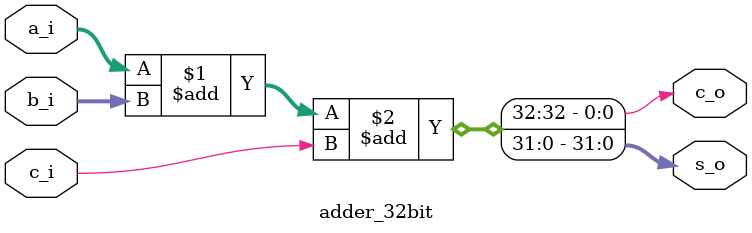
<source format=sv>
module adder_32bit #(
  parameter WIDTH = 32
)
(
  input logic [WIDTH - 1:0] a_i, b_i,
  input logic c_i,

  output logic [WIDTH - 1:0] s_o,
  output logic c_o
);
/* verilator lint_off WIDTH */
assign {c_o, s_o} = a_i + b_i + c_i;
/* verilator lint_on WIDTH */
endmodule: adder_32bit

</source>
